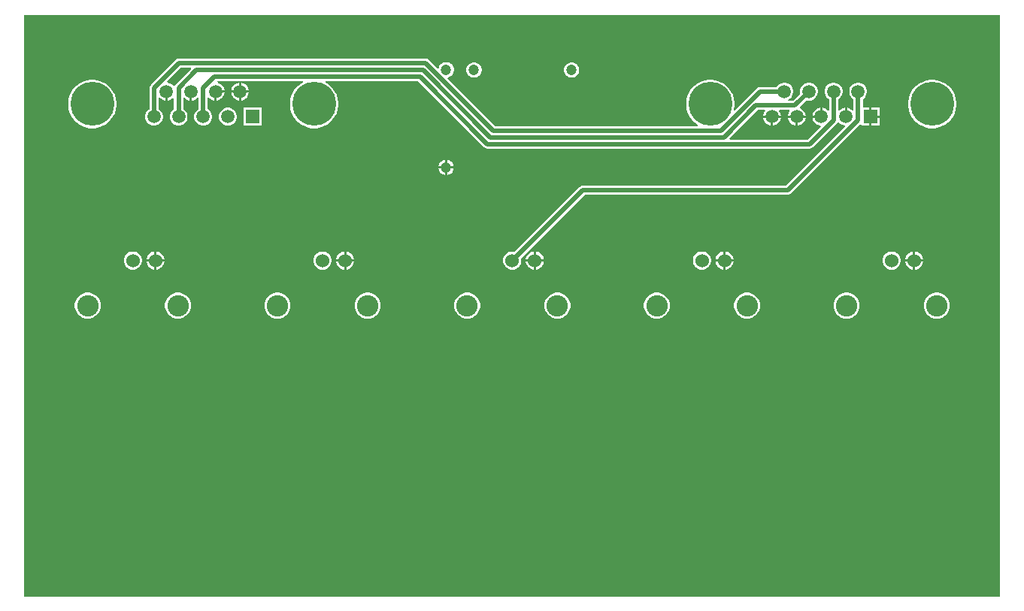
<source format=gbr>
G04*
G04 #@! TF.GenerationSoftware,Altium Limited,Altium Designer,22.11.1 (43)*
G04*
G04 Layer_Physical_Order=2*
G04 Layer_Color=16711680*
%FSLAX25Y25*%
%MOIN*%
G70*
G04*
G04 #@! TF.SameCoordinates,2508BC3E-BDE3-465E-931E-0E6F767F2DAF*
G04*
G04*
G04 #@! TF.FilePolarity,Positive*
G04*
G01*
G75*
%ADD21C,0.06000*%
%ADD27C,0.02000*%
%ADD28C,0.09500*%
%ADD29C,0.05906*%
%ADD30R,0.05906X0.05906*%
%ADD31C,0.19488*%
%ADD32C,0.04724*%
G36*
X532500Y100000D02*
X100000D01*
Y358000D01*
X532500D01*
Y100000D01*
D02*
G37*
%LPC*%
G36*
X343096Y336862D02*
X342211D01*
X341356Y336633D01*
X340589Y336190D01*
X339963Y335564D01*
X339521Y334798D01*
X339291Y333943D01*
Y333057D01*
X339521Y332202D01*
X339963Y331436D01*
X340589Y330810D01*
X341356Y330367D01*
X342211Y330138D01*
X343096D01*
X343951Y330367D01*
X344718Y330810D01*
X345344Y331436D01*
X345787Y332202D01*
X346016Y333057D01*
Y333943D01*
X345787Y334798D01*
X345344Y335564D01*
X344718Y336190D01*
X343951Y336633D01*
X343096Y336862D01*
D02*
G37*
G36*
X299789D02*
X298904D01*
X298049Y336633D01*
X297282Y336190D01*
X296656Y335564D01*
X296213Y334798D01*
X295984Y333943D01*
Y333057D01*
X296213Y332202D01*
X296656Y331436D01*
X297282Y330810D01*
X298049Y330367D01*
X298904Y330138D01*
X299789D01*
X300644Y330367D01*
X301411Y330810D01*
X302037Y331436D01*
X302480Y332202D01*
X302709Y333057D01*
Y333943D01*
X302480Y334798D01*
X302037Y335564D01*
X301411Y336190D01*
X300644Y336633D01*
X299789Y336862D01*
D02*
G37*
G36*
X196168Y327953D02*
X196148D01*
Y324500D01*
X199600D01*
Y324520D01*
X199331Y325526D01*
X198811Y326427D01*
X198075Y327163D01*
X197173Y327683D01*
X196168Y327953D01*
D02*
G37*
G36*
X195148D02*
X195127D01*
X194122Y327683D01*
X193220Y327163D01*
X192485Y326427D01*
X191964Y325526D01*
X191695Y324520D01*
Y324500D01*
X195148D01*
Y327953D01*
D02*
G37*
G36*
X199600Y323500D02*
X196148D01*
Y320047D01*
X196168D01*
X197173Y320317D01*
X198075Y320837D01*
X198811Y321573D01*
X199331Y322474D01*
X199600Y323480D01*
Y323500D01*
D02*
G37*
G36*
X195148D02*
X191695D01*
Y323480D01*
X191964Y322474D01*
X192485Y321573D01*
X193220Y320837D01*
X194122Y320317D01*
X195127Y320047D01*
X195148D01*
Y323500D01*
D02*
G37*
G36*
X188695D02*
X185242D01*
Y320047D01*
X185263D01*
X186268Y320317D01*
X187169Y320837D01*
X187905Y321573D01*
X188426Y322474D01*
X188695Y323480D01*
Y323500D01*
D02*
G37*
G36*
X479071Y316772D02*
X475618D01*
Y313319D01*
X479071D01*
Y316772D01*
D02*
G37*
G36*
X452807D02*
X452786D01*
X451781Y316502D01*
X450880Y315982D01*
X450144Y315246D01*
X449623Y314345D01*
X449354Y313339D01*
Y313319D01*
X452807D01*
Y316772D01*
D02*
G37*
G36*
X479071Y312319D02*
X475618D01*
Y308866D01*
X479071D01*
Y312319D01*
D02*
G37*
G36*
X277984Y338539D02*
X168427D01*
X167646Y338384D01*
X166985Y337942D01*
X156036Y326993D01*
X155594Y326332D01*
X155439Y325552D01*
Y316206D01*
X155051Y315982D01*
X154315Y315246D01*
X153795Y314345D01*
X153525Y313339D01*
Y312298D01*
X153795Y311293D01*
X154315Y310392D01*
X155051Y309656D01*
X155953Y309136D01*
X156958Y308866D01*
X157999D01*
X159004Y309136D01*
X159905Y309656D01*
X160641Y310392D01*
X161162Y311293D01*
X161431Y312298D01*
Y313339D01*
X161162Y314345D01*
X160641Y315246D01*
X159905Y315982D01*
X159518Y316206D01*
Y321116D01*
X160018Y321323D01*
X160504Y320837D01*
X161405Y320317D01*
X162411Y320047D01*
X162431D01*
Y324000D01*
X163431D01*
Y320047D01*
X163451D01*
X164457Y320317D01*
X165358Y320837D01*
X165845Y321323D01*
X166345Y321116D01*
Y316206D01*
X165957Y315982D01*
X165221Y315246D01*
X164700Y314345D01*
X164431Y313339D01*
Y312298D01*
X164700Y311293D01*
X165221Y310392D01*
X165957Y309656D01*
X166858Y309136D01*
X167863Y308866D01*
X168904D01*
X169910Y309136D01*
X170811Y309656D01*
X171547Y310392D01*
X172067Y311293D01*
X172337Y312298D01*
Y313339D01*
X172067Y314345D01*
X171547Y315246D01*
X170811Y315982D01*
X170423Y316206D01*
Y321116D01*
X170923Y321323D01*
X171409Y320837D01*
X172311Y320317D01*
X173316Y320047D01*
X173337D01*
Y324000D01*
X174337D01*
Y320047D01*
X174357D01*
X175362Y320317D01*
X176264Y320837D01*
X176750Y321323D01*
X177250Y321116D01*
Y316206D01*
X176862Y315982D01*
X176126Y315246D01*
X175606Y314345D01*
X175337Y313339D01*
Y312298D01*
X175606Y311293D01*
X176126Y310392D01*
X176862Y309656D01*
X177764Y309136D01*
X178769Y308866D01*
X179810D01*
X180815Y309136D01*
X181716Y309656D01*
X182452Y310392D01*
X182973Y311293D01*
X183242Y312298D01*
Y313339D01*
X182973Y314345D01*
X182452Y315246D01*
X181716Y315982D01*
X181328Y316206D01*
Y321116D01*
X181828Y321323D01*
X182315Y320837D01*
X183216Y320317D01*
X184222Y320047D01*
X184242D01*
Y324000D01*
X184742D01*
Y324500D01*
X188695D01*
Y324520D01*
X188426Y325526D01*
X187905Y326427D01*
X187169Y327163D01*
X186268Y327683D01*
X185736Y327826D01*
X185519Y328402D01*
X185558Y328461D01*
X223442D01*
X223562Y327961D01*
X222851Y327599D01*
X221483Y326605D01*
X220287Y325409D01*
X219293Y324041D01*
X218525Y322534D01*
X218003Y320925D01*
X217738Y319255D01*
Y317564D01*
X218003Y315894D01*
X218525Y314285D01*
X219293Y312778D01*
X220287Y311410D01*
X221483Y310214D01*
X222851Y309220D01*
X224358Y308453D01*
X225966Y307930D01*
X227637Y307665D01*
X229328D01*
X230998Y307930D01*
X232607Y308453D01*
X234113Y309220D01*
X235482Y310214D01*
X236677Y311410D01*
X237671Y312778D01*
X238439Y314285D01*
X238962Y315894D01*
X239226Y317564D01*
Y319255D01*
X238962Y320925D01*
X238439Y322534D01*
X237671Y324041D01*
X236677Y325409D01*
X235482Y326605D01*
X234113Y327599D01*
X233402Y327961D01*
X233523Y328461D01*
X274655D01*
X303892Y299223D01*
X304554Y298781D01*
X305334Y298626D01*
X305334Y298626D01*
X448165D01*
X448946Y298781D01*
X449607Y299223D01*
X460201Y309818D01*
X460524Y310301D01*
X460838Y310355D01*
X461054Y310352D01*
X461104Y310337D01*
X461785Y309656D01*
X462686Y309136D01*
X463692Y308866D01*
X463727D01*
X463918Y308404D01*
X437819Y282306D01*
X347564D01*
X347564Y282306D01*
X346784Y282151D01*
X346122Y281709D01*
X317290Y252876D01*
X316825Y253000D01*
X315771D01*
X314754Y252728D01*
X313842Y252201D01*
X313097Y251456D01*
X312571Y250544D01*
X312298Y249527D01*
Y248474D01*
X312571Y247457D01*
X313097Y246544D01*
X313842Y245800D01*
X314754Y245273D01*
X315771Y245000D01*
X316825D01*
X317842Y245273D01*
X318754Y245800D01*
X319499Y246544D01*
X320025Y247457D01*
X320298Y248474D01*
Y249527D01*
X320173Y249992D01*
X348409Y278227D01*
X438664D01*
X439444Y278383D01*
X440106Y278825D01*
X470665Y309384D01*
X471165Y309176D01*
Y308866D01*
X474618D01*
Y312819D01*
Y316772D01*
X471704D01*
Y320613D01*
X472092Y320837D01*
X472828Y321573D01*
X473348Y322474D01*
X473618Y323480D01*
Y324520D01*
X473348Y325526D01*
X472828Y326427D01*
X472092Y327163D01*
X471191Y327683D01*
X470185Y327953D01*
X469145D01*
X468139Y327683D01*
X467238Y327163D01*
X466502Y326427D01*
X465982Y325526D01*
X465712Y324520D01*
Y323480D01*
X465982Y322474D01*
X466502Y321573D01*
X467238Y320837D01*
X467626Y320613D01*
Y315703D01*
X467126Y315495D01*
X466639Y315982D01*
X465738Y316502D01*
X464733Y316772D01*
X464712D01*
Y312819D01*
X463712D01*
Y316772D01*
X463692D01*
X462686Y316502D01*
X461785Y315982D01*
X461299Y315495D01*
X460799Y315703D01*
Y320613D01*
X461187Y320837D01*
X461922Y321573D01*
X462443Y322474D01*
X462712Y323480D01*
Y324520D01*
X462443Y325526D01*
X461922Y326427D01*
X461187Y327163D01*
X460285Y327683D01*
X459280Y327953D01*
X458239D01*
X457234Y327683D01*
X456332Y327163D01*
X455596Y326427D01*
X455076Y325526D01*
X454807Y324520D01*
Y323480D01*
X455076Y322474D01*
X455596Y321573D01*
X456332Y320837D01*
X456720Y320613D01*
Y315703D01*
X456220Y315495D01*
X455734Y315982D01*
X454832Y316502D01*
X453827Y316772D01*
X453807D01*
Y312819D01*
X453307D01*
Y312319D01*
X449354D01*
Y312298D01*
X449623Y311293D01*
X450144Y310392D01*
X450880Y309656D01*
X451781Y309136D01*
X452786Y308866D01*
X452829D01*
X453020Y308404D01*
X447321Y302705D01*
X412797D01*
X412606Y303167D01*
X425172Y315733D01*
X428166D01*
X428357Y315270D01*
X428333Y315246D01*
X427812Y314345D01*
X427543Y313339D01*
Y313319D01*
X431496D01*
X435448D01*
Y313339D01*
X435179Y314345D01*
X434659Y315246D01*
X434634Y315270D01*
X434825Y315733D01*
X439071D01*
X439263Y315270D01*
X439238Y315246D01*
X438718Y314345D01*
X438448Y313339D01*
Y313319D01*
X442401D01*
X446354D01*
Y313339D01*
X446085Y314345D01*
X445564Y315246D01*
X444828Y315982D01*
X443927Y316502D01*
X443868Y316518D01*
X443739Y317001D01*
X446901Y320163D01*
X447333Y320047D01*
X448374D01*
X449380Y320317D01*
X450281Y320837D01*
X451017Y321573D01*
X451537Y322474D01*
X451807Y323480D01*
Y324520D01*
X451537Y325526D01*
X451017Y326427D01*
X450281Y327163D01*
X449380Y327683D01*
X448374Y327953D01*
X447333D01*
X446328Y327683D01*
X445427Y327163D01*
X444691Y326427D01*
X444171Y325526D01*
X443901Y324520D01*
Y323480D01*
X444017Y323047D01*
X440781Y319811D01*
X438518D01*
X438453Y320311D01*
X438474Y320317D01*
X439375Y320837D01*
X440111Y321573D01*
X440632Y322474D01*
X440901Y323480D01*
Y324520D01*
X440632Y325526D01*
X440111Y326427D01*
X439375Y327163D01*
X438474Y327683D01*
X437469Y327953D01*
X436428D01*
X435423Y327683D01*
X434521Y327163D01*
X433785Y326427D01*
X433562Y326039D01*
X426313D01*
X425533Y325884D01*
X424871Y325442D01*
X414999Y315570D01*
X414573Y315832D01*
X414593Y315894D01*
X414858Y317564D01*
Y319255D01*
X414593Y320925D01*
X414071Y322534D01*
X413303Y324041D01*
X412309Y325409D01*
X411113Y326605D01*
X409745Y327599D01*
X408238Y328366D01*
X406630Y328889D01*
X404959Y329153D01*
X403268D01*
X401598Y328889D01*
X399990Y328366D01*
X398483Y327599D01*
X397114Y326605D01*
X395919Y325409D01*
X394925Y324041D01*
X394157Y322534D01*
X393634Y320925D01*
X393370Y319255D01*
Y317564D01*
X393634Y315894D01*
X394157Y314285D01*
X394925Y312778D01*
X395919Y311410D01*
X397114Y310214D01*
X398483Y309220D01*
X398541Y309191D01*
X398424Y308704D01*
X308664D01*
X287558Y329810D01*
X287712Y330363D01*
X288298Y330521D01*
X289064Y330963D01*
X289690Y331589D01*
X290133Y332356D01*
X290362Y333211D01*
Y334096D01*
X290133Y334951D01*
X289690Y335718D01*
X289064Y336344D01*
X288298Y336787D01*
X287443Y337016D01*
X286557D01*
X285702Y336787D01*
X284936Y336344D01*
X284310Y335718D01*
X283867Y334951D01*
X283710Y334366D01*
X283157Y334212D01*
X279426Y337942D01*
X278765Y338384D01*
X277984Y338539D01*
D02*
G37*
G36*
X446354Y312319D02*
X442901D01*
Y308866D01*
X442922D01*
X443927Y309136D01*
X444828Y309656D01*
X445564Y310392D01*
X446085Y311293D01*
X446354Y312298D01*
Y312319D01*
D02*
G37*
G36*
X441901D02*
X438448D01*
Y312298D01*
X438718Y311293D01*
X439238Y310392D01*
X439974Y309656D01*
X440875Y309136D01*
X441881Y308866D01*
X441901D01*
Y312319D01*
D02*
G37*
G36*
X435448D02*
X431996D01*
Y308866D01*
X432016D01*
X433021Y309136D01*
X433923Y309656D01*
X434659Y310392D01*
X435179Y311293D01*
X435448Y312298D01*
Y312319D01*
D02*
G37*
G36*
X430996D02*
X427543D01*
Y312298D01*
X427812Y311293D01*
X428333Y310392D01*
X429069Y309656D01*
X429970Y309136D01*
X430975Y308866D01*
X430996D01*
Y312319D01*
D02*
G37*
G36*
X205053Y316772D02*
X197148D01*
Y308866D01*
X205053D01*
Y316772D01*
D02*
G37*
G36*
X190715D02*
X189674D01*
X188669Y316502D01*
X187768Y315982D01*
X187032Y315246D01*
X186511Y314345D01*
X186242Y313339D01*
Y312298D01*
X186511Y311293D01*
X187032Y310392D01*
X187768Y309656D01*
X188669Y309136D01*
X189674Y308866D01*
X190715D01*
X191720Y309136D01*
X192622Y309656D01*
X193358Y310392D01*
X193878Y311293D01*
X194148Y312298D01*
Y313339D01*
X193878Y314345D01*
X193358Y315246D01*
X192622Y315982D01*
X191720Y316502D01*
X190715Y316772D01*
D02*
G37*
G36*
X503345Y329153D02*
X501654D01*
X499984Y328889D01*
X498375Y328366D01*
X496869Y327599D01*
X495500Y326605D01*
X494305Y325409D01*
X493310Y324041D01*
X492543Y322534D01*
X492020Y320925D01*
X491755Y319255D01*
Y317564D01*
X492020Y315894D01*
X492543Y314285D01*
X493310Y312778D01*
X494305Y311410D01*
X495500Y310214D01*
X496869Y309220D01*
X498375Y308453D01*
X499984Y307930D01*
X501654Y307665D01*
X503345D01*
X505016Y307930D01*
X506624Y308453D01*
X508131Y309220D01*
X509499Y310214D01*
X510695Y311410D01*
X511689Y312778D01*
X512457Y314285D01*
X512979Y315894D01*
X513244Y317564D01*
Y319255D01*
X512979Y320925D01*
X512457Y322534D01*
X511689Y324041D01*
X510695Y325409D01*
X509499Y326605D01*
X508131Y327599D01*
X506624Y328366D01*
X505016Y328889D01*
X503345Y329153D01*
D02*
G37*
G36*
X130942D02*
X129251D01*
X127580Y328889D01*
X125972Y328366D01*
X124465Y327599D01*
X123097Y326605D01*
X121901Y325409D01*
X120907Y324041D01*
X120140Y322534D01*
X119617Y320925D01*
X119352Y319255D01*
Y317564D01*
X119617Y315894D01*
X120140Y314285D01*
X120907Y312778D01*
X121901Y311410D01*
X123097Y310214D01*
X124465Y309220D01*
X125972Y308453D01*
X127580Y307930D01*
X129251Y307665D01*
X130942D01*
X132612Y307930D01*
X134221Y308453D01*
X135728Y309220D01*
X137096Y310214D01*
X138292Y311410D01*
X139286Y312778D01*
X140053Y314285D01*
X140576Y315894D01*
X140840Y317564D01*
Y319255D01*
X140576Y320925D01*
X140053Y322534D01*
X139286Y324041D01*
X138292Y325409D01*
X137096Y326605D01*
X135728Y327599D01*
X134221Y328366D01*
X132612Y328889D01*
X130942Y329153D01*
D02*
G37*
G36*
X287500Y293693D02*
Y290846D01*
X290347D01*
X290133Y291644D01*
X289690Y292411D01*
X289064Y293037D01*
X288298Y293479D01*
X287500Y293693D01*
D02*
G37*
G36*
X286500D02*
X285702Y293479D01*
X284936Y293037D01*
X284310Y292411D01*
X283867Y291644D01*
X283653Y290846D01*
X286500D01*
Y293693D01*
D02*
G37*
G36*
X290347Y289846D02*
X287500D01*
Y287000D01*
X288298Y287213D01*
X289064Y287656D01*
X289690Y288282D01*
X290133Y289049D01*
X290347Y289846D01*
D02*
G37*
G36*
X286500D02*
X283653D01*
X283867Y289049D01*
X284310Y288282D01*
X284936Y287656D01*
X285702Y287213D01*
X286500Y287000D01*
Y289846D01*
D02*
G37*
G36*
X242724Y253000D02*
X242697D01*
Y249500D01*
X246197D01*
Y249527D01*
X245924Y250544D01*
X245398Y251456D01*
X244653Y252201D01*
X243741Y252728D01*
X242724Y253000D01*
D02*
G37*
G36*
X158623D02*
X158596D01*
Y249500D01*
X162096D01*
Y249527D01*
X161823Y250544D01*
X161297Y251456D01*
X160552Y252201D01*
X159640Y252728D01*
X158623Y253000D01*
D02*
G37*
G36*
X495027D02*
X495000D01*
Y249500D01*
X498500D01*
Y249527D01*
X498227Y250544D01*
X497701Y251456D01*
X496956Y252201D01*
X496044Y252728D01*
X495027Y253000D01*
D02*
G37*
G36*
X326825D02*
X326798D01*
Y249500D01*
X330298D01*
Y249527D01*
X330025Y250544D01*
X329499Y251456D01*
X328754Y252201D01*
X327842Y252728D01*
X326825Y253000D01*
D02*
G37*
G36*
X410926D02*
X410899D01*
Y249500D01*
X414399D01*
Y249527D01*
X414126Y250544D01*
X413600Y251456D01*
X412855Y252201D01*
X411943Y252728D01*
X410926Y253000D01*
D02*
G37*
G36*
X157596D02*
X157569D01*
X156552Y252728D01*
X155640Y252201D01*
X154895Y251456D01*
X154369Y250544D01*
X154096Y249527D01*
Y249500D01*
X157596D01*
Y253000D01*
D02*
G37*
G36*
X494000D02*
X493973D01*
X492956Y252728D01*
X492044Y252201D01*
X491299Y251456D01*
X490773Y250544D01*
X490500Y249527D01*
Y249500D01*
X494000D01*
Y253000D01*
D02*
G37*
G36*
X241697D02*
X241670D01*
X240653Y252728D01*
X239741Y252201D01*
X238996Y251456D01*
X238470Y250544D01*
X238197Y249527D01*
Y249500D01*
X241697D01*
Y253000D01*
D02*
G37*
G36*
X409899D02*
X409872D01*
X408855Y252728D01*
X407943Y252201D01*
X407198Y251456D01*
X406672Y250544D01*
X406399Y249527D01*
Y249500D01*
X409899D01*
Y253000D01*
D02*
G37*
G36*
X325798D02*
X325771D01*
X324754Y252728D01*
X323842Y252201D01*
X323097Y251456D01*
X322571Y250544D01*
X322298Y249527D01*
Y249500D01*
X325798D01*
Y253000D01*
D02*
G37*
G36*
X498500Y248500D02*
X495000D01*
Y245000D01*
X495027D01*
X496044Y245273D01*
X496956Y245800D01*
X497701Y246544D01*
X498227Y247457D01*
X498500Y248474D01*
Y248500D01*
D02*
G37*
G36*
X494000D02*
X490500D01*
Y248474D01*
X490773Y247457D01*
X491299Y246544D01*
X492044Y245800D01*
X492956Y245273D01*
X493973Y245000D01*
X494000D01*
Y248500D01*
D02*
G37*
G36*
X485027Y253000D02*
X483973D01*
X482956Y252728D01*
X482044Y252201D01*
X481299Y251456D01*
X480773Y250544D01*
X480500Y249527D01*
Y248474D01*
X480773Y247457D01*
X481299Y246544D01*
X482044Y245800D01*
X482956Y245273D01*
X483973Y245000D01*
X485027D01*
X486044Y245273D01*
X486956Y245800D01*
X487701Y246544D01*
X488227Y247457D01*
X488500Y248474D01*
Y249527D01*
X488227Y250544D01*
X487701Y251456D01*
X486956Y252201D01*
X486044Y252728D01*
X485027Y253000D01*
D02*
G37*
G36*
X414399Y248500D02*
X410899D01*
Y245000D01*
X410926D01*
X411943Y245273D01*
X412855Y245800D01*
X413600Y246544D01*
X414126Y247457D01*
X414399Y248474D01*
Y248500D01*
D02*
G37*
G36*
X409899D02*
X406399D01*
Y248474D01*
X406672Y247457D01*
X407198Y246544D01*
X407943Y245800D01*
X408855Y245273D01*
X409872Y245000D01*
X409899D01*
Y248500D01*
D02*
G37*
G36*
X400926Y253000D02*
X399872D01*
X398855Y252728D01*
X397943Y252201D01*
X397198Y251456D01*
X396672Y250544D01*
X396399Y249527D01*
Y248474D01*
X396672Y247457D01*
X397198Y246544D01*
X397943Y245800D01*
X398855Y245273D01*
X399872Y245000D01*
X400926D01*
X401943Y245273D01*
X402855Y245800D01*
X403600Y246544D01*
X404126Y247457D01*
X404399Y248474D01*
Y249527D01*
X404126Y250544D01*
X403600Y251456D01*
X402855Y252201D01*
X401943Y252728D01*
X400926Y253000D01*
D02*
G37*
G36*
X330298Y248500D02*
X326798D01*
Y245000D01*
X326825D01*
X327842Y245273D01*
X328754Y245800D01*
X329499Y246544D01*
X330025Y247457D01*
X330298Y248474D01*
Y248500D01*
D02*
G37*
G36*
X325798D02*
X322298D01*
Y248474D01*
X322571Y247457D01*
X323097Y246544D01*
X323842Y245800D01*
X324754Y245273D01*
X325771Y245000D01*
X325798D01*
Y248500D01*
D02*
G37*
G36*
X246197D02*
X242697D01*
Y245000D01*
X242724D01*
X243741Y245273D01*
X244653Y245800D01*
X245398Y246544D01*
X245924Y247457D01*
X246197Y248474D01*
Y248500D01*
D02*
G37*
G36*
X241697D02*
X238197D01*
Y248474D01*
X238470Y247457D01*
X238996Y246544D01*
X239741Y245800D01*
X240653Y245273D01*
X241670Y245000D01*
X241697D01*
Y248500D01*
D02*
G37*
G36*
X232724Y253000D02*
X231670D01*
X230653Y252728D01*
X229741Y252201D01*
X228996Y251456D01*
X228470Y250544D01*
X228197Y249527D01*
Y248474D01*
X228470Y247457D01*
X228996Y246544D01*
X229741Y245800D01*
X230653Y245273D01*
X231670Y245000D01*
X232724D01*
X233741Y245273D01*
X234653Y245800D01*
X235398Y246544D01*
X235924Y247457D01*
X236197Y248474D01*
Y249527D01*
X235924Y250544D01*
X235398Y251456D01*
X234653Y252201D01*
X233741Y252728D01*
X232724Y253000D01*
D02*
G37*
G36*
X162096Y248500D02*
X158596D01*
Y245000D01*
X158623D01*
X159640Y245273D01*
X160552Y245800D01*
X161297Y246544D01*
X161823Y247457D01*
X162096Y248474D01*
Y248500D01*
D02*
G37*
G36*
X157596D02*
X154096D01*
Y248474D01*
X154369Y247457D01*
X154895Y246544D01*
X155640Y245800D01*
X156552Y245273D01*
X157569Y245000D01*
X157596D01*
Y248500D01*
D02*
G37*
G36*
X148623Y253000D02*
X147569D01*
X146552Y252728D01*
X145640Y252201D01*
X144895Y251456D01*
X144369Y250544D01*
X144096Y249527D01*
Y248474D01*
X144369Y247457D01*
X144895Y246544D01*
X145640Y245800D01*
X146552Y245273D01*
X147569Y245000D01*
X148623D01*
X149640Y245273D01*
X150552Y245800D01*
X151297Y246544D01*
X151823Y247457D01*
X152096Y248474D01*
Y249527D01*
X151823Y250544D01*
X151297Y251456D01*
X150552Y252201D01*
X149640Y252728D01*
X148623Y253000D01*
D02*
G37*
G36*
X505257Y234750D02*
X503743D01*
X502281Y234358D01*
X500969Y233601D01*
X499899Y232530D01*
X499142Y231219D01*
X498750Y229757D01*
Y228243D01*
X499142Y226781D01*
X499899Y225469D01*
X500969Y224399D01*
X502281Y223642D01*
X503743Y223250D01*
X505257D01*
X506719Y223642D01*
X508031Y224399D01*
X509101Y225469D01*
X509858Y226781D01*
X510250Y228243D01*
Y229757D01*
X509858Y231219D01*
X509101Y232530D01*
X508031Y233601D01*
X506719Y234358D01*
X505257Y234750D01*
D02*
G37*
G36*
X465257D02*
X463743D01*
X462281Y234358D01*
X460969Y233601D01*
X459899Y232530D01*
X459142Y231219D01*
X458750Y229757D01*
Y228243D01*
X459142Y226781D01*
X459899Y225469D01*
X460969Y224399D01*
X462281Y223642D01*
X463743Y223250D01*
X465257D01*
X466719Y223642D01*
X468031Y224399D01*
X469101Y225469D01*
X469858Y226781D01*
X470250Y228243D01*
Y229757D01*
X469858Y231219D01*
X469101Y232530D01*
X468031Y233601D01*
X466719Y234358D01*
X465257Y234750D01*
D02*
G37*
G36*
X421156D02*
X419642D01*
X418180Y234358D01*
X416868Y233601D01*
X415798Y232530D01*
X415041Y231219D01*
X414649Y229757D01*
Y228243D01*
X415041Y226781D01*
X415798Y225469D01*
X416868Y224399D01*
X418180Y223642D01*
X419642Y223250D01*
X421156D01*
X422618Y223642D01*
X423930Y224399D01*
X425000Y225469D01*
X425757Y226781D01*
X426149Y228243D01*
Y229757D01*
X425757Y231219D01*
X425000Y232530D01*
X423930Y233601D01*
X422618Y234358D01*
X421156Y234750D01*
D02*
G37*
G36*
X381156D02*
X379642D01*
X378180Y234358D01*
X376868Y233601D01*
X375798Y232530D01*
X375041Y231219D01*
X374649Y229757D01*
Y228243D01*
X375041Y226781D01*
X375798Y225469D01*
X376868Y224399D01*
X378180Y223642D01*
X379642Y223250D01*
X381156D01*
X382618Y223642D01*
X383930Y224399D01*
X385000Y225469D01*
X385757Y226781D01*
X386149Y228243D01*
Y229757D01*
X385757Y231219D01*
X385000Y232530D01*
X383930Y233601D01*
X382618Y234358D01*
X381156Y234750D01*
D02*
G37*
G36*
X337055D02*
X335541D01*
X334079Y234358D01*
X332767Y233601D01*
X331697Y232530D01*
X330940Y231219D01*
X330548Y229757D01*
Y228243D01*
X330940Y226781D01*
X331697Y225469D01*
X332767Y224399D01*
X334079Y223642D01*
X335541Y223250D01*
X337055D01*
X338517Y223642D01*
X339829Y224399D01*
X340899Y225469D01*
X341656Y226781D01*
X342048Y228243D01*
Y229757D01*
X341656Y231219D01*
X340899Y232530D01*
X339829Y233601D01*
X338517Y234358D01*
X337055Y234750D01*
D02*
G37*
G36*
X297055D02*
X295541D01*
X294079Y234358D01*
X292767Y233601D01*
X291697Y232530D01*
X290940Y231219D01*
X290548Y229757D01*
Y228243D01*
X290940Y226781D01*
X291697Y225469D01*
X292767Y224399D01*
X294079Y223642D01*
X295541Y223250D01*
X297055D01*
X298517Y223642D01*
X299829Y224399D01*
X300899Y225469D01*
X301656Y226781D01*
X302048Y228243D01*
Y229757D01*
X301656Y231219D01*
X300899Y232530D01*
X299829Y233601D01*
X298517Y234358D01*
X297055Y234750D01*
D02*
G37*
G36*
X252954D02*
X251440D01*
X249978Y234358D01*
X248666Y233601D01*
X247596Y232530D01*
X246839Y231219D01*
X246447Y229757D01*
Y228243D01*
X246839Y226781D01*
X247596Y225469D01*
X248666Y224399D01*
X249978Y223642D01*
X251440Y223250D01*
X252954D01*
X254416Y223642D01*
X255728Y224399D01*
X256798Y225469D01*
X257555Y226781D01*
X257947Y228243D01*
Y229757D01*
X257555Y231219D01*
X256798Y232530D01*
X255728Y233601D01*
X254416Y234358D01*
X252954Y234750D01*
D02*
G37*
G36*
X212954D02*
X211440D01*
X209978Y234358D01*
X208666Y233601D01*
X207596Y232530D01*
X206839Y231219D01*
X206447Y229757D01*
Y228243D01*
X206839Y226781D01*
X207596Y225469D01*
X208666Y224399D01*
X209978Y223642D01*
X211440Y223250D01*
X212954D01*
X214416Y223642D01*
X215728Y224399D01*
X216798Y225469D01*
X217555Y226781D01*
X217947Y228243D01*
Y229757D01*
X217555Y231219D01*
X216798Y232530D01*
X215728Y233601D01*
X214416Y234358D01*
X212954Y234750D01*
D02*
G37*
G36*
X168853D02*
X167339D01*
X165877Y234358D01*
X164565Y233601D01*
X163495Y232530D01*
X162738Y231219D01*
X162346Y229757D01*
Y228243D01*
X162738Y226781D01*
X163495Y225469D01*
X164565Y224399D01*
X165877Y223642D01*
X167339Y223250D01*
X168853D01*
X170315Y223642D01*
X171627Y224399D01*
X172697Y225469D01*
X173454Y226781D01*
X173846Y228243D01*
Y229757D01*
X173454Y231219D01*
X172697Y232530D01*
X171627Y233601D01*
X170315Y234358D01*
X168853Y234750D01*
D02*
G37*
G36*
X128853D02*
X127339D01*
X125877Y234358D01*
X124565Y233601D01*
X123495Y232530D01*
X122738Y231219D01*
X122346Y229757D01*
Y228243D01*
X122738Y226781D01*
X123495Y225469D01*
X124565Y224399D01*
X125877Y223642D01*
X127339Y223250D01*
X128853D01*
X130315Y223642D01*
X131627Y224399D01*
X132697Y225469D01*
X133454Y226781D01*
X133846Y228243D01*
Y229757D01*
X133454Y231219D01*
X132697Y232530D01*
X131627Y233601D01*
X130315Y234358D01*
X128853Y234750D01*
D02*
G37*
%LPD*%
G36*
X173947Y333999D02*
X166942Y326993D01*
X166621Y326514D01*
X166300Y326461D01*
X166085Y326465D01*
X166042Y326479D01*
X165358Y327163D01*
X164457Y327683D01*
X163451Y327953D01*
X163417D01*
X163225Y328415D01*
X169271Y334461D01*
X173756D01*
X173947Y333999D01*
D02*
G37*
D21*
X232197Y249000D02*
D03*
X242197D02*
D03*
X400399D02*
D03*
X410399D02*
D03*
X316298D02*
D03*
X326298D02*
D03*
X148096D02*
D03*
X158096D02*
D03*
X484500D02*
D03*
X494500D02*
D03*
D27*
X469665Y311267D02*
Y324000D01*
X438664Y280267D02*
X469665Y311267D01*
X347564Y280267D02*
X438664D01*
X316298Y249000D02*
X347564Y280267D01*
X277984Y336500D02*
X307819Y306665D01*
X408978D01*
X426313Y324000D01*
X410221Y303665D02*
X424327Y317772D01*
X306576Y303665D02*
X410221D01*
X276742Y333500D02*
X306576Y303665D01*
X157478Y325552D02*
X168427Y336500D01*
X277984D01*
X168384Y325552D02*
X176332Y333500D01*
X276742D01*
X184238Y330500D02*
X275499D01*
X305334Y300665D01*
X179289Y325552D02*
X184238Y330500D01*
X305334Y300665D02*
X448165D01*
X458759Y311260D01*
Y324000D01*
X424327Y317772D02*
X441626D01*
X447854Y324000D01*
X179289Y312819D02*
Y325552D01*
X168384Y312819D02*
Y325552D01*
X157478Y312819D02*
Y325552D01*
X426313Y324000D02*
X436948D01*
D28*
X252197Y229000D02*
D03*
X212197D02*
D03*
X420399D02*
D03*
X380399D02*
D03*
X336298D02*
D03*
X296298D02*
D03*
X168096D02*
D03*
X128096D02*
D03*
X504500D02*
D03*
X464500D02*
D03*
D29*
X469665Y324000D02*
D03*
X458759D02*
D03*
X447854D02*
D03*
X436948D02*
D03*
X431496Y312819D02*
D03*
X442401D02*
D03*
X453307D02*
D03*
X464212D02*
D03*
X195648Y324000D02*
D03*
X184742D02*
D03*
X173837D02*
D03*
X162931D02*
D03*
X157478Y312819D02*
D03*
X168384D02*
D03*
X179289D02*
D03*
X190195D02*
D03*
D30*
X475118D02*
D03*
X201100D02*
D03*
D31*
X502500Y318409D02*
D03*
X404114D02*
D03*
X228482D02*
D03*
X130096D02*
D03*
D32*
X287000Y290347D02*
D03*
Y333653D02*
D03*
X299346Y333500D02*
D03*
X342653D02*
D03*
M02*

</source>
